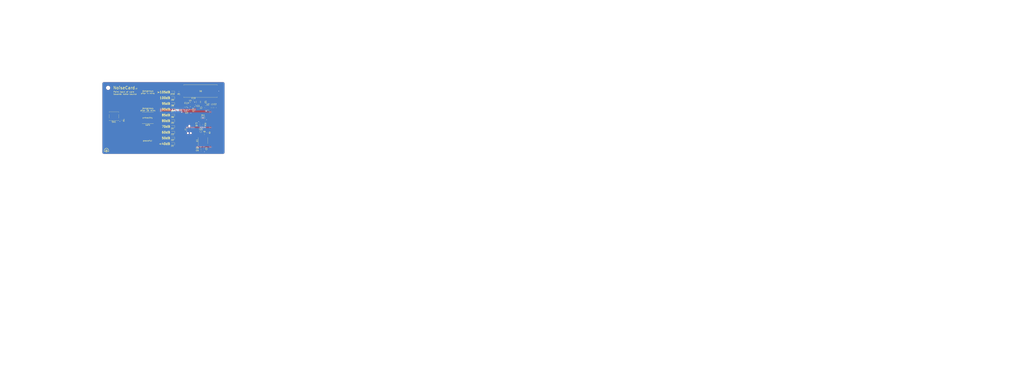
<source format=kicad_pcb>
(kicad_pcb (version 20221018) (generator pcbnew)
  (title_block (title "NoiseCard") (date "2024-06-11") (rev "2") (company "bitgloo") (comment 1 "Drawn by Clyne Sullivan") (comment 2 "Released under the CERN Open Hardware License Version 2 - Strongly Reciprocal"))
  (layers (0 "F.Cu" signal) (31 "B.Cu" signal) (34 "B.Paste" user) (35 "F.Paste" user) (36 "B.SilkS" user "B.Silkscreen") (37 "F.SilkS" user "F.Silkscreen") (38 "B.Mask" user) (39 "F.Mask" user) (44 "Edge.Cuts" user))
  (net 0 "")
  (net 1 "SWCLK")
  (net 2 "GND")
  (net 3 "MIC_WS")
  (net 4 "MIC_BCLK")
  (net 5 "Net-(MK1-DATA_OUT)")
  (net 6 "MIC_DATA_OUT")
  (net 7 "Net-(U1-PA4)")
  (net 8 "SWDIO")
  (net 9 "+1V8")
  (net 10 "Net-(U2-SW)")
  (net 11 "Net-(U4-VIN)")
  (net 12 "Net-(U1-PA5)")
  (net 13 "LED0")
  (net 14 "Net-(D1-A)")
  (net 15 "LED1")
  (net 16 "LED2")
  (net 17 "LED3")
  (net 18 "LED4")
  (net 19 "LED5")
  (net 20 "LED6")
  (net 21 "LED7")
  (net 22 "LED8")
  (net 23 "LED9")
  (net 24 "NRST")
  (net 25 "EN")
  (net 26 "Net-(U1-PA12{slash}PA10)")
  (net 30 "+BATT")
  (net 31 "Net-(U4-VREF)")
  (net 32 "Net-(U3-VOUT)")
  (footprint "MountingHole:MountingHole_2.5mm" (layer "F.Cu") (at 114 54)
    (fp_text reference "H1" hide)
    (fp_text value "MountingHole_Pad")
  )
  (footprint "Capacitor_SMD:C_1210_3225Metric" (layer "F.Cu") (at 179.8 63.8 90)
    (fp_text reference "C4")
    (fp_text value "11mF")
  )
  (footprint "Package_TO_SOT_SMD:SOT-23" (layer "F.Cu") (at 168.6 69.025)
    (fp_text reference "U3")
    (fp_text value "BD49KxxG")
  )
  (footprint "Package_TO_SOT_SMD:TSOT-23-5" (layer "F.Cu") (at 183.45 67.8)
    (fp_text reference "U2")
    (fp_text value "LM3670MF")
  )
  (footprint "Capacitor_SMD:C_0603_1608Metric" (layer "F.Cu") (at 177.775 80.25 180)
    (fp_text reference "C6")
    (fp_text value "0.1uF")
  )
  (footprint "Resistor_SMD:R_0603_1608Metric" (layer "F.Cu") (at 123.6 76.6 90)
    (fp_text reference "R4")
    (fp_text value "R_US")
  )
  (footprint "Capacitor_SMD:C_0805_2012Metric" (layer "F.Cu") (at 178.55 95.925)
    (fp_text reference "C8")
    (fp_text value "2.2uF")
  )
  (footprint "Connector:Tag-Connect_TC2030-IDC-NL_2x03_P1.27mm_Vertical" (layer "F.Cu") (at 170.5 83 -90)
    (fp_text reference "J1")
    (fp_text value "Conn_ARM_SWD_TagConnect_TC2030-NL")
  )
  (footprint "Capacitor_SMD:C_0603_1608Metric" (layer "F.Cu") (at 173.4 62.6)
    (fp_text reference "C10")
    (fp_text value "5.6nF")
  )
  (footprint "Resistor_SMD:R_0603_1608Metric" (layer "F.Cu") (at 163.25 57 180)
    (fp_text reference "R1")
    (fp_text value "51")
  )
  (footprint "Capacitor_SMD:C_0603_1608Metric" (layer "F.Cu") (at 178.75 97.675)
    (fp_text reference "C9")
    (fp_text value "0.1uF")
  )
  (footprint "Capacitor_SMD:C_0805_2012Metric" (layer "F.Cu") (at 168.8 66.2 180)
    (fp_text reference "C11")
    (fp_text value "2.2uF")
  )
  (footprint "LED_SMD:LED_0603_1608Metric" (layer "F.Cu") (at 158.7875 77 180)
    (fp_text reference "D5")
    (fp_text value "LED")
  )
  (footprint "Resistor_SMD:R_0603_1608Metric" (layer "F.Cu") (at 181 86)
    (fp_text reference "R3")
    (fp_text value "51")
  )
  (footprint "LED_SMD:LED_0603_1608Metric" (layer "F.Cu") (at 158.7875 73 180)
    (fp_text reference "D6")
    (fp_text value "LED")
  )
  (footprint "LED_SMD:LED_0603_1608Metric" (layer "F.Cu") (at 158.7875 65 180)
    (fp_text reference "D8")
    (fp_text value "LED")
  )
  (footprint "LED_SMD:LED_0603_1608Metric" (layer "F.Cu") (at 158.7875 89 180)
    (fp_text reference "D2")
    (fp_text value "LED")
  )
  (footprint "Capacitor_SMD:C_0603_1608Metric" (layer "F.Cu") (at 177.775 78.75 180)
    (fp_text reference "C7")
    (fp_text value "200pF")
  )
  (footprint "footprints:HWQFN16_SOT8076-1_NEX" (layer "F.Cu") (at 172.649811 65.5772)
    (fp_text reference "U4")
    (fp_text value "NEH2000BYJ")
  )
  (footprint "LED_SMD:LED_0603_1608Metric" (layer "F.Cu") (at 158.7875 57 180)
    (fp_text reference "D10")
    (fp_text value "LED")
  )
  (footprint "Resistor_SMD:R_0603_1608Metric" (layer "F.Cu") (at 180.25 79.5 -90)
    (fp_text reference "R10")
    (fp_text value "51")
  )
  (footprint "Button_Switch_SMD:SW_SPST_EVQP0" (layer "F.Cu") (at 118 73.8 180)
    (fp_text reference "SW1")
    (fp_text value "SW_Push")
  )
  (footprint "TestPoint:TestPoint_Pad_D1.0mm" (layer "F.Cu") (at 178.5 84.5)
    (fp_text reference "TP1")
    (fp_text value "TestPoint")
  )
  (footprint "LED_SMD:LED_0603_1608Metric" (layer "F.Cu") (at 158.7875 81 180)
    (fp_text reference "D4")
    (fp_text value "LED")
  )
  (footprint "Inductor_SMD:L_0805_2012Metric" (layer "F.Cu") (at 186.4 67.8 -90)
    (fp_text reference "L1")
    (fp_text value "10uH")
  )
  (footprint "noisemeter:MIC_SPH0645LM4H-B" (layer "F.Cu") (at 180 75 180)
    (fp_text reference "MK1")
    (fp_text value "SPH0645LM4H-B")
  )
  (footprint "Capacitor_SMD:C_0603_1608Metric" (layer "F.Cu") (at 181 96.425 -90)
    (fp_text reference "C5")
    (fp_text value "0.1uF")
  )
  (footprint "LED_SMD:LED_0603_1608Metric" (layer "F.Cu") (at 158.7875 93 180)
    (fp_text reference "D1")
    (fp_text value "LED")
  )
  (footprint "Resistor_SMD:R_0603_1608Metric" (layer "F.Cu") (at 183.25 85.25 -90)
    (fp_text reference "R2")
    (fp_text value "51")
  )
  (footprint "Capacitor_SMD:C_0805_2012Metric" (layer "F.Cu") (at 180.4 67.8 -90)
    (fp_text reference "C1")
    (fp_text value "4.7uF")
  )
  (footprint "LED_SMD:LED_0603_1608Metric" (layer "F.Cu") (at 158.7875 61 180)
    (fp_text reference "D9")
    (fp_text value "LED")
  )
  (footprint "Library:KXOB25-02X8F-TR_IXY" (layer "F.Cu") (at 178.25 56.25 180)
    (fp_text reference "B1")
    (fp_text value "KXOB25-05X3F-TR")
  )
  (footprint "Capacitor_SMD:C_0805_2012Metric" (layer "F.Cu") (at 188.4 67.8 90)
    (fp_text reference "C2")
    (fp_text value "10uF")
  )
  (footprint "LED_SMD:LED_0603_1608Metric" (layer "F.Cu") (at 158.7875 85 180)
    (fp_text reference "D3")
    (fp_text value "LED")
  )
  (footprint "Capacitor_SMD:C_1210_3225Metric" (layer "F.Cu") (at 176.6 63.8 90)
    (fp_text reference "C3")
    (fp_text value "11mF")
  )
  (footprint "Capacitor_SMD:C_0805_2012Metric" (layer "F.Cu") (at 171.6 69.4 -90)
    (fp_text reference "C12")
    (fp_text value "2.2uF")
  )
  (footprint "Package_SO:TSSOP-20_4.4x6.5mm_P0.65mm" (layer "F.Cu") (at 180 90.75 90)
    (fp_text reference "U1")
    (fp_text value "STM32G031F6Px")
  )
  (footprint "LED_SMD:LED_0603_1608Metric" (layer "F.Cu") (at 158.7875 69 180)
    (fp_text reference "D7")
    (fp_text value "LED")
  )
  (gr_line (start 145.6 78.8) (end 137.6 78.8) (stroke (width 0.15)) (layer "F.SilkS"))
  (gr_line (start 145.6 71) (end 137.6 71) (stroke (width 0.15)) (layer "F.SilkS"))
  (gr_poly (pts (xy 112.913733 95.905135) (xy 112.991006 95.909286) (xy 113.027346 95.912433) (xy 113.061583 95.91629) (xy 113.093287 95.920855) (xy 113.12203 95.926126) (xy 113.228728 95.953368) (xy 113.333008 95.98862) (xy 113.4346 96.031623) (xy 113.533237 96.08212) (xy 113.628649 96.139851) (xy 113.720567 96.204559) (xy 113.808724 96.275984) (xy 113.89285 96.353869) (xy 113.972676 96.437955) (xy 114.047934 96.527984) (xy 114.118355 96.623697) (xy 114.183671 96.724837) (xy 114.243612 96.831144) (xy 114.29791 96.94236) (xy 114.346297 97.058227) (xy 114.388503 97.178487) (xy 114.418585 97.278071) (xy 114.442963 97.374224) (xy 114.453141 97.422163) (xy 114.462049 97.470624) (xy 114.469736 97.520067) (xy 114.476256 97.570952) (xy 114.48166 97.623739) (xy 114.485999 97.678887) (xy 114.49169 97.798108) (xy 114.493743 97.932295) (xy 114.492572 98.085126) (xy 114.48728 98.462598) (xy 114.434364 98.504932) (xy 114.416401 98.518399) (xy 114.407567 98.523903) (xy 114.398149 98.528661) (xy 114.387635 98.532727) (xy 114.375514 98.536154) (xy 114.361275 98.538998) (xy 114.344405 98.541312) (xy 114.324394 98.54315) (xy 114.300728 98.544567) (xy 114.240391 98.546355) (xy 114.1593 98.54711) (xy 114.053364 98.547265) (xy 113.945484 98.547179) (xy 113.901598 98.546974) (xy 113.863691 98.546576) (xy 113.83122 98.545919) (xy 113.816853 98.545474) (xy 113.803643 98.54494) (xy 113.79152 98.544308) (xy 113.780417 98.543572) (xy 113.770266 98.542723) (xy 113.760999 98.541753) (xy 113.752549 98.540653) (xy 113.744848 98.539417) (xy 113.737827 98.538035) (xy 113.731419 98.536499) (xy 113.725557 98.534802) (xy 113.720172 98.532935) (xy 113.715197 98.530891) (xy 113.710563 98.528661) (xy 113.706203 98.526238) (xy 113.702049 98.523612) (xy 113.698034 98.520777) (xy 113.694088 98.517723) (xy 113.690146 98.514444) (xy 113.686138 98.51093) (xy 113.677655 98.503168) (xy 113.671278 98.496963) (xy 113.665375 98.490596) (xy 113.659944 98.48408) (xy 113.654983 98.477426) (xy 113.650492 98.470648) (xy 113.646467 98.463759) (xy 113.642909 98.456772) (xy 113.639814 98.4497) (xy 113.637182 98.442555) (xy 113.635011 98.435351) (xy 113.6333 98.4281) (xy 113.632046 98.420816) (xy 113.631248 98.413511) (xy 113.630904 98.406198) (xy 113.631013 98.398891) (xy 113.631574 98.391602) (xy 113.632584 98.384343) (xy 113.634042 98.377129) (xy 113.635946 98.369971) (xy 113.638295 98.362883) (xy 113.641087 98.355878) (xy 113.644321 98.348968) (xy 113.647995 98.342167) (xy 113.652106 98.335488) (xy 113.656655 98.328943) (xy 113.661639 98.322545) (xy 113.667056 98.316307) (xy 113.672905 98.310242) (xy 113.679184 98.304363) (xy 113.685891 98.298684) (xy 113.693026 98.293216) (xy 113.700586 98.287973) (xy 113.720082 98.275595) (xy 113.729518 98.270474) (xy 113.739143 98.266007) (xy 113.749254 98.26215) (xy 113.760148 98.258859) (xy 113.772122 98.256089) (xy 113.785473 98.253798) (xy 113.800498 98.251941) (xy 113.817495 98.250473) (xy 113.858592 98.248534) (xy 113.91114 98.247628) (xy 113.977516 98.247404) (xy 114.192711 98.247404) (xy 114.206822 98.111584) (xy 114.211657 98.040847) (xy 114.213009 97.967204) (xy 114.210992 97.891136) (xy 114.20572 97.813129) (xy 114.197305 97.733664) (xy 114.185862 97.653225) (xy 114.171505 97.572295) (xy 114.154346 97.491357) (xy 114.134501 97.410895) (xy 114.112082 97.331391) (xy 114.087203 97.253329) (xy 114.059978 97.177192) (xy 114.030521 97.103463) (xy 113.998945 97.032625) (xy 113.965364 96.965162) (xy 113.929892 96.901557) (xy 113.887456 96.833814) (xy 113.842255 96.768896) (xy 113.794419 96.706898) (xy 113.744077 96.647915) (xy 113.691357 96.592043) (xy 113.63639 96.539377) (xy 113.579304 96.490014) (xy 113.520228 96.444048) (xy 113.459292 96.401575) (xy 113.396625 96.362692) (xy 113.332356 96.327493) (xy 113.266614 96.296074) (xy 113.199529 96.268531) (xy 113.131229 96.244959) (xy 113.061844 96.225454) (xy 112.991502 96.210112) (xy 112.942592 96.20143) (xy 112.921619 96.19802) (xy 112.902509 96.195229) (xy 112.884918 96.193059) (xy 112.868502 96.191509) (xy 112.852919 96.190578) (xy 112.837824 96.190268) (xy 112.822873 96.190578) (xy 112.807724 96.191509) (xy 112.792032 96.193059) (xy 112.775454 96.195229) (xy 112.757646 96.19802) (xy 112.738264 96.20143) (xy 112.693405 96.210112) (xy 112.621501 96.226451) (xy 112.551919 96.245738) (xy 112.484585 96.268027) (xy 112.419424 96.293373) (xy 112.356361 96.32183) (xy 112.295321 96.353452) (xy 112.236229 96.388294) (xy 112.179011 96.426409) (xy 112.123591 96.467852) (xy 112.069895 96.512678) (xy 112.017847 96.560939) (xy 111.967372 96.612692) (xy 111.918396 96.66799) (xy 111.870844 96.726887) (xy 111.82464 96.789437) (xy 111.779711 96.855695) (xy 111.748767 96.905429) (xy 111.719439 96.956072) (xy 111.691728 97.007624) (xy 111.665637 97.060086) (xy 111.641168 97.113457) (xy 111.618325 97.167738) (xy 111.59711 97.222929) (xy 111.577525 97.279029) (xy 111.559573 97.336038) (xy 111.543257 97.393957) (xy 111.528578 97.452786) (xy 111.515541 97.512523) (xy 111.504147 97.573171) (xy 111.494398 97.634728) (xy 111.486299 97.697194) (xy 111.47985 97.76057) (xy 111.473325 97.839201) (xy 111.468329 97.917336) (xy 111.464905 97.992494) (xy 111.463093 98.062195) (xy 111.462934 98.123959) (xy 111.464471 98.175305) (xy 111.465888 98.196296) (xy 111.467744 98.213752) (xy 111.470044 98.227364) (xy 111.472794 98.23682) (xy 111.474831 98.241207) (xy 111.477759 98.245123) (xy 111.481766 98.248595) (xy 111.487043 98.251648) (xy 111.493777 98.254309) (xy 111.502157 98.256602) (xy 111.512371 98.258555) (xy 111.524608 98.260192) (xy 111.555907 98.262624) (xy 111.597562 98.264106) (xy 111.651081 98.264843) (xy 111.717975 98.265043) (xy 111.788554 98.26526) (xy 111.818174 98.265589) (xy 111.844396 98.266117) (xy 111.867507 98.266884) (xy 111.887794 98.267926) (xy 111.905543 98.269284) (xy 111.913556 98.270093) (xy 111.921042 98.270996) (xy 111.928038 98.271997) (xy 111.934578 98.2731) (xy 111.940699 98.274312) (xy 111.946436 98.275636) (xy 111.951826 98.277078) (xy 111.956905 98.278643) (xy 111.961707 98.280334) (xy 111.96627 98.282158) (xy 111.970628 98.284119) (xy 111.974818 98.286221) (xy 111.978876 98.28847) (xy 111.982837 98.290871) (xy 111.986738 98.293427) (xy 111.990613 98.296146) (xy 111.998433 98.302084) (xy 112.00389 98.306691) (xy 112.009015 98.311572) (xy 112.013809 98.31671) (xy 112.01827 98.32209) (xy 112.022397 98.327696) (xy 112.026191 98.333513) (xy 112.02965 98.339523) (xy 112.032774 98.345713) (xy 112.035562 98.352065) (xy 112.038013 98.358564) (xy 112.040127 98.365195) (xy 112.041903 98.37194) (xy 112.043341 98.378786) (xy 112.04444 98.385714) (xy 112.045199 98.392711) (xy 112.045617 98.39976) (xy 112.045694 98.406844) (xy 112.04543 98.413949) (xy 112.044824 98.421059) (xy 112.043874 98.428157) (xy 112.042581 98.435229) (xy 112.040943 98.442257) (xy 112.03896 98.449226) (xy 112.036632 98.456121) (xy 112.033958 98.462926) (xy 112.030937 98.469624) (xy 112.027568 98.4762) (xy 112.023851 98.482638) (xy 112.019785 98.488923) (xy 112.01537 98.495038) (xy 112.010605 98.500967) (xy 112.005489 98.506695) (xy 111.992273 98.520087) (xy 111.98535 98.525504) (xy 111.977487 98.53015) (xy 111.968135 98.534082) (xy 111.956747 98.53736) (xy 111.942776 98.540044) (xy 111.925673 98.542194) (xy 111.87988 98.545126) (xy 111.814989 98.546631) (xy 111.610377 98.547265) (xy 111.252308 98.547265) (xy 111.21703 98.501404) (xy 111.20531 98.485115) (xy 111.200512 98.476413) (xy 111.19636 98.466677) (xy 111.192807 98.455412) (xy 111.189807 98.442121) (xy 111.187314 98.426308) (xy 111.18528 98.407477) (xy 111.182407 98.358777) (xy 111.180815 98.292052) (xy 111.179989 98.088654) (xy 111.180888 97.941731) (xy 111.183875 97.814507) (xy 111.186287 97.757048) (xy 111.189383 97.703034) (xy 111.193219 97.65197) (xy 111.197848 97.603364) (xy 111.203324 97.556721) (xy 111.209703 97.511549) (xy 111.217037 97.467353) (xy 111.225381 97.42364) (xy 111.23479 97.379917) (xy 111.245318 97.33569) (xy 111.269947 97.243751) (xy 111.295227 97.160176) (xy 111.308541 97.120034) (xy 111.322367 97.080839) (xy 111.336752 97.042482) (xy 111.35174 97.004851) (xy 111.36738 96.967834) (xy 111.383718 96.931322) (xy 111.400799 96.895202) (xy 111.418672 96.859364) (xy 111.437381 96.823697) (xy 111.456974 96.788089) (xy 111.477498 96.752429) (xy 111.498998 96.716606) (xy 111.545114 96.644029) (xy 111.592506 96.576164) (xy 111.642641 96.510886) (xy 111.695364 96.4483) (xy 111.750524 96.388513) (xy 111.807968 96.33163) (xy 111.867543 96.277757) (xy 111.929098 96.226999) (xy 111.99248 96.179465) (xy 112.057536 96.135257) (xy 112.124114 96.094484) (xy 112.192061 96.057251) (xy 112.261225 96.023664) (xy 112.331454 95.993828) (xy 112.402594 95.96785) (xy 112.474495 95.945835) (xy 112.547003 95.92789) (xy 112.575126 95.922308) (xy 112.606293 95.917468) (xy 112.640074 95.913367) (xy 112.676042 95.910003) (xy 112.752819 95.905473) (xy 112.833193 95.903857)) (fill solid) (layer "F.SilkS"))
  (gr_poly (pts (xy 112.8 97) (xy 112.848627 97.002098) (xy 112.889469 97.00443) (xy 112.908364 97.005877) (xy 112.926321 97.007528) (xy 112.9434 97.009395) (xy 112.95966 97.011493) (xy 112.975159 97.013833) (xy 112.989959 97.01643) (xy 113.004118 97.019295) (xy 113.017696 97.022441) (xy 113.030751 97.025883) (xy 113.043344 97.029631) (xy 113.055534 97.033701) (xy 113.067381 97.038103) (xy 113.078943 97.042852) (xy 113.09028 97.047959) (xy 113.135901 97.071774) (xy 113.178843 97.098905) (xy 113.219113 97.129365) (xy 113.25672 97.163163) (xy 113.29167 97.20031) (xy 113.323971 97.240816) (xy 113.353632 97.284691) (xy 113.38066 97.331945) (xy 113.405063 97.38259) (xy 113.426849 97.436635) (xy 113.446025 97.494091) (xy 113.462599 97.554967) (xy 113.476578 97.619275) (xy 113.487972 97.687025) (xy 113.496786 97.758226) (xy 113.50303 97.83289) (xy 113.504549 97.867405) (xy 113.50518 97.904376) (xy 113.504984 97.943154) (xy 113.504022 97.983096) (xy 113.502358 98.023554) (xy 113.500054 98.063884) (xy 113.49717 98.103438) (xy 113.49377 98.14157) (xy 113.489915 98.177636) (xy 113.485667 98.210989) (xy 113.481088 98.240983) (xy 113.476241 98.266972) (xy 113.471187 98.28831) (xy 113.465989 98.304351) (xy 113.463354 98.310184) (xy 113.460707 98.31445) (xy 113.458055 98.317068) (xy 113.455405 98.317959) (xy 113.454729 98.318046) (xy 113.454023 98.318305) (xy 113.452532 98.319317) (xy 113.450948 98.320959) (xy 113.449287 98.323196) (xy 113.447563 98.325991) (xy 113.445794 98.329307) (xy 113.443993 98.33311) (xy 113.442176 98.337362) (xy 113.44036 98.342028) (xy 113.438559 98.34707) (xy 113.436789 98.352454) (xy 113.435066 98.358143) (xy 113.433404 98.3641) (xy 113.43182 98.37029) (xy 113.430329 98.376677) (xy 113.428947 98.383223) (xy 113.425343 98.400563) (xy 113.420534 98.418756) (xy 113.414599 98.437662) (xy 113.407615 98.457141) (xy 113.399659 98.477055) (xy 113.39081 98.497263) (xy 113.381144 98.517626) (xy 113.370739 98.538004) (xy 113.359672 98.558259) (xy 113.348022 98.57825) (xy 113.335865 98.597838) (xy 113.323279 98.616883) (xy 113.310342 98.635246) (xy 113.297131 98.652788) (xy 113.283723 98.669369) (xy 113.270197 98.684848) (xy 113.249079 98.706816) (xy 113.226787 98.727407) (xy 113.203397 98.746622) (xy 113.178985 98.764458) (xy 113.153627 98.780914) (xy 113.127399 98.795989) (xy 113.100379 98.809681) (xy 113.072641 98.821991) (xy 113.044263 98.832915) (xy 113.01532 98.842453) (xy 112.985889 98.850603) (xy 112.956046 98.857365) (xy 112.925866 98.862736) (xy 112.895427 98.866716) (xy 112.864805 98.869304) (xy 112.834075 98.870497) (xy 112.803315 98.870296) (xy 112.772599 98.868697) (xy 112.742005 98.865701) (xy 112.711609 98.861306) (xy 112.681487 98.85551) (xy 112.651714 98.848313) (xy 112.622368 98.839712) (xy 112.593525 98.829707) (xy 112.56526 98.818297) (xy 112.537651 98.80548) (xy 112.510772 98.791254) (xy 112.484701 98.775619) (xy 112.459514 98.758574) (xy 112.435287 98.740116) (xy 112.412095 98.720245) (xy 112.390016 98.698959) (xy 112.363178 98.669417) (xy 112.338195 98.638239) (xy 112.315021 98.605279) (xy 112.293609 98.570388) (xy 112.273912 98.53342) (xy 112.26811 98.520807) (xy 112.626377 98.520807) (xy 112.663419 98.550793) (xy 112.668089 98.554327) (xy 112.673474 98.557654) (xy 112.686226 98.563684) (xy 112.701355 98.568877) (xy 112.718541 98.573227) (xy 112.737463 98.57673) (xy 112.757801 98.57938) (xy 112.779235 98.581172) (xy 112.801443 98.582102) (xy 112.824107 98.582163) (xy 112.846905 98.581351) (xy 112.869517 98.57966) (xy 112.891622 98.577086) (xy 112.912901 98.573623) (xy 112.933032 98.569265) (xy 112.951696 98.564009) (xy 112.968572 98.557848) (xy 112.974701 98.554941) (xy 112.981143 98.551537) (xy 112.987838 98.547678) (xy 112.994727 98.543406) (xy 113.00175 98.538762) (xy 113.008849 98.533788) (xy 113.015962 98.528524) (xy 113.023032 98.523011) (xy 113.029998 98.517293) (xy 113.036802 98.511408) (xy 113.043383 98.5054) (xy 113.049683 98.499309) (xy 113.055642 98.493177) (xy 113.0612 98.487045) (xy 113.066298 98.480954) (xy 113.070877 98.474945) (xy 113.08573 98.454145) (xy 113.099244 98.433225) (xy 113.111487 98.411903) (xy 113.122526 98.389893) (xy 113.132428 98.366912) (xy 113.141261 98.342674) (xy 113.149091 98.316897) (xy 113.155985 98.289296) (xy 113.162011 98.259587) (xy 113.167237 98.227484) (xy 113.171728 98.192705) (xy 113.175553 98.154965) (xy 113.181472 98.069465) (xy 113.18553 97.968709) (xy 113.18718 97.911717) (xy 113.188149 97.859045) (xy 113.188414 97.811541) (xy 113.187956 97.770051) (xy 113.186753 97.735425) (xy 113.185867 97.72095) (xy 113.184786 97.708508) (xy 113.183509 97.698206) (xy 113.182034 97.690149) (xy 113.180356 97.684444) (xy 113.179441 97.682506) (xy 113.178475 97.681195) (xy 113.177199 97.680692) (xy 113.175363 97.68116) (xy 113.170034 97.684964) (xy 113.162545 97.69252) (xy 113.152953 97.70374) (xy 113.127687 97.73682) (xy 113.09469 97.783501) (xy 113.054417 97.84308) (xy 113.007322 97.914855) (xy 112.894488 98.092182) (xy 112.626377 98.520807) (xy 112.26811 98.520807) (xy 112.255885 98.494228) (xy 112.23948 98.452663) (xy 112.224652 98.408579) (xy 112.211353 98.361829) (xy 112.199537 98.312265) (xy 112.189158 98.259739) (xy 112.180169 98.204106) (xy 112.172523 98.145217) (xy 112.166175 98.082925) (xy 112.161077 98.017082) (xy 112.157183 97.947543) (xy 112.156353 97.929301) (xy 112.456372 97.929301) (xy 112.457706 98.008176) (xy 112.461271 98.080355) (xy 112.463833 98.111988) (xy 112.466883 98.139614) (xy 112.470399 98.162454) (xy 112.474356 98.179732) (xy 112.476493 98.186041) (xy 112.478731 98.190669) (xy 112.481069 98.193516) (xy 112.483502 98.194487) (xy 112.491791 98.18525) (xy 112.510367 98.159123) (xy 112.572414 98.065696) (xy 112.754259 97.780635) (xy 112.933459 97.491274) (xy 112.992198 97.392472) (xy 113.008625 97.362852) (xy 113.014433 97.349584) (xy 113.014392 97.348577) (xy 113.01427 97.347541) (xy 113.01407 97.346478) (xy 113.013792 97.345391) (xy 113.013014 97.343154) (xy 113.011953 97.340847) (xy 113.010622 97.338489) (xy 113.009038 97.336097) (xy 113.007216 97.333689) (xy 113.005173 97.331284) (xy 113.002922 97.328899) (xy 113.00048 97.326554) (xy 112.997863 97.324265) (xy 112.995085 97.322051) (xy 112.992163 97.31993) (xy 112.989111 97.31792) (xy 112.985946 97.31604) (xy 112.982683 97.314306) (xy 112.970505 97.308645) (xy 112.95661 97.303575) (xy 112.941228 97.29911) (xy 112.924585 97.295262) (xy 112.906908 97.292045) (xy 112.888425 97.289471) (xy 112.869364 97.287553) (xy 112.84995 97.286305) (xy 112.830413 97.285739) (xy 112.810979 97.285867) (xy 112.791876 97.286704) (xy 112.773331 97.288262) (xy 112.755572 97.290553) (xy 112.738825 97.293591) (xy 112.723319 97.297389) (xy 112.70928 97.301959) (xy 112.68399 97.312311) (xy 112.660336 97.324252) (xy 112.638257 97.337883) (xy 112.617696 97.353305) (xy 112.598591 97.370618) (xy 112.580885 97.389923) (xy 112.564517 97.411321) (xy 112.549428 97.434912) (xy 112.535558 97.460798) (xy 112.522849 97.48908) (xy 112.51124 97.519857) (xy 112.500673 97.553231) (xy 112.491087 97.589302) (xy 112.482424 97.628172) (xy 112.474624 97.669941) (xy 112.467627 97.714709) (xy 112.464027 97.743642) (xy 112.461147 97.776345) (xy 112.458965 97.812041) (xy 112.457458 97.84995) (xy 112.456372 97.929301) (xy 112.156353 97.929301) (xy 112.153907 97.875523) (xy 112.152139 97.816216) (xy 112.15188 97.790393) (xy 112.152067 97.766624) (xy 112.152725 97.744534) (xy 112.153876 97.723749) (xy 112.155544 97.703895) (xy 112.157751 97.684596) (xy 112.160523 97.665478) (xy 112.16388 97.646166) (xy 112.167848 97.626285) (xy 112.172448 97.605462) (xy 112.183641 97.559487) (xy 112.197982 97.507561) (xy 112.21329 97.458849) (xy 112.229662 97.413217) (xy 112.247196 97.370531) (xy 112.265992 97.330655) (xy 112.286147 97.293457) (xy 112.307759 97.258801) (xy 112.319142 97.242384) (xy 112.330926 97.226553) (xy 112.343124 97.21129) (xy 112.355747 97.196579) (xy 112.368808 97.182403) (xy 112.38232 97.168744) (xy 112.396294 97.155587) (xy 112.410743 97.142915) (xy 112.425679 97.13071) (xy 112.441114 97.118956) (xy 112.473532 97.096733) (xy 112.508094 97.076113) (xy 112.544898 97.05696) (xy 112.584044 97.03914) (xy 112.615887 97.025611) (xy 112.630278 97.020052) (xy 112.643989 97.015245) (xy 112.657276 97.011151) (xy 112.670396 97.007731) (xy 112.683603 97.004947) (xy 112.697154 97.00276) (xy 112.711304 97.001131) (xy 112.726309 97.000021) (xy 112.742426 96.999392) (xy 112.759909 96.999204)) (fill solid) (layer "F.SilkS"))
  (gr_arc (start 111 100) (mid 110.292893 99.707107) (end 110 99) (stroke (width 0.1)) (layer "Edge.Cuts"))
  (gr_arc (start 195 99) (mid 194.707107 99.707107) (end 194 100) (stroke (width 0.1)) (layer "Edge.Cuts"))
  (gr_line (start 110 51) (end 110 99) (stroke (width 0.1)) (layer "Edge.Cuts"))
  (gr_arc (start 194 50) (mid 194.707107 50.292893) (end 195 51) (stroke (width 0.1)) (layer "Edge.Cuts"))
  (gr_line (start 111 50) (end 194 50) (stroke (width 0.1)) (layer "Edge.Cuts"))
  (gr_line (start 111 100) (end 194 100) (stroke (width 0.1)) (layer "Edge.Cuts"))
  (gr_arc (start 110 51) (mid 110.292893 50.292893) (end 111 50) (stroke (width 0.1)) (layer "Edge.Cuts"))
  (gr_line (start 195 99) (end 195 51) (stroke (width 0.1)) (layer "Edge.Cuts"))
  (gr_text "peaceful" (at 141.4 90.8) (layer "F.SilkS") (effects (font (size 1 1))))
  (gr_text "dangerous\nafter 4 mins" (at 141.6 57) (layer "F.SilkS") (effects (font (size 1 1))))
  (gr_text "90dB" (at 157.25 69) (layer "F.SilkS") (effects (font (size 1.5 1.5) (thickness 0.3) bold) (justify right)))
  (gr_text "dangerous\nafter 30 mins" (at 141.6 70.4) (layer "F.SilkS") (effects (font (size 1 1)) (justify bottom)))
  (gr_text "unhealthy" (at 141.4 74.8) (layer "F.SilkS") (effects (font (size 1 1))))
  (gr_text "80dB" (at 157.25 77) (layer "F.SilkS") (effects (font (size 1.5 1.5) (thickness 0.3) bold) (justify right)))
  (gr_text "50dB" (at 157.25 89) (layer "F.SilkS") (effects (font (size 1.5 1.5) (thickness 0.3) bold) (justify right)))
  (gr_text "60dB" (at 157.25 85) (layer "F.SilkS") (effects (font (size 1.5 1.5) (thickness 0.3) bold) (justify right)))
  (gr_text "v2" (at 132.8 55) (layer "F.SilkS") (effects (font (size 0.8 0.8)) (justify left bottom)))
  (gr_text "safe" (at 141.6 79.2) (layer "F.SilkS") (effects (font (size 1 1)) (justify top)))
  (gr_text "70dB" (at 157.25 81) (layer "F.SilkS") (effects (font (size 1.5 1.5) (thickness 0.3) bold) (justify right)))
  (gr_text "85dB" (at 157.25 73) (layer "F.SilkS") (effects (font (size 1.5 1.5) (thickness 0.3) bold) (justify right)))
  (gr_text "95dB" (at 157.25 65) (layer "F.SilkS") (effects (font (size 1.5 1.5) (thickness 0.3) bold) (justify right)))
  (gr_text "<40dB" (at 157.2 93) (layer "F.SilkS") (effects (font (size 1.5 1.5) (thickness 0.3) bold) (justify right)))
  (gr_text "Point back of card\ntowards noise source" (at 117.6 56.2) (layer "F.SilkS") (effects (font (size 1 1)) (justify left top)))
  (gr_text "100dB" (at 157.25 61) (layer "F.SilkS") (effects (font (size 1.5 1.5) (thickness 0.3) bold) (justify right)))
  (gr_text "NoiseCard" (at 117.4 52.8) (layer "F.SilkS") (effects (font (size 2 2) (thickness 0.3)) (justify left top)))
  (gr_text ">105dB" (at 157.25 57) (layer "F.SilkS") (effects (font (size 1.5 1.5) (thickness 0.3) bold) (justify right)))
  (segment (start 177.725 87.8875) (end 177.725 86.475) (width 0.25) (layer "F.Cu") (net 1))
  (segment (start 174.25 83) (end 171.135 83) (width 0.25) (layer "F.Cu") (net 1))
  (segment (start 177.725 86.475) (end 174.25 83) (width 0.25) (layer "F.Cu") (net 1))
  (segment (start 168.8 84.27) (end 169.865 84.27) (width 0.25) (layer "F.Cu") (net 2))
  (segment (start 177 78.75) (end 177 77.5) (width 0.25) (layer "F.Cu") (net 2))
  (segment (start 177 80.25) (end 177 78.75) (width 0.25) (layer "F.Cu") (net 2))
  (segment (start 182.498 76.252) (end 182.5 76.25) (width 0.25) (layer "F.Cu") (net 2))
  (via (at 173 68.2) (size 0.8) (drill 0.4) (layers "F.Cu" "B.Cu") (net 2))
  (via (at 174.2 63.8) (size 0.8) (drill 0.4) (layers "F.Cu" "B.Cu") (net 2))
  (via (at 181 98.5) (size 0.8) (drill 0.4) (layers "F.Cu" "B.Cu") (net 2))
  (via (at 175.2 66.6) (size 0.8) (drill 0.4) (layers "F.Cu" "B.Cu") (net 2))
  (via (at 191 56.25) (size 0.8) (drill 0.4) (layers "F.Cu" "B.Cu") (net 2))
  (via (at 182.5 76.25) (size 0.8) (drill 0.4) (layers "F.Cu" "B.Cu") (net 2))
  (via (at 169.4 67.8) (size 0.8) (drill 0.4) (layers "F.Cu" "B.Cu") (net 2))
  (via (at 171.6 71.6) (size 0.8) (drill 0.4) (layers "F.Cu" "B.Cu") (net 2))
  (via (at 177 77.5) (size 0.8) (drill 0.4) (layers "F.Cu" "B.Cu") (net 2))
  (via (at 122.2 77.4) (size 0.8) (drill 0.4) (layers "F.Cu" "B.Cu") (net 2))
  (via (at 168.8 84.27) (size 0.8) (drill 0.4) (layers "F.Cu" "B.Cu") (net 2))
  (segment (start 182.425 84.425) (end 181.75 83.75) (width 0.25) (layer "F.Cu") (net 3))
  (segment (start 181.75 83.75) (end 181.75 77.924) (width 0.25) (layer "F.Cu") (net 3))
  (segment (start 183.25 84.425) (end 182.425 84.425) (width 0.25) (layer "F.Cu") (net 3))
  (segment (start 181.75 77.924) (end 180.9 77.074) (width 0.25) (layer "F.Cu") (net 3))
  (segment (start 177.775 77.025) (end 178.548 76.252) (width 0.25) (layer "F.Cu") (net 4))
  (segment (start 180.175 84.175) (end 180.175 86) (width 0.25) (layer "F.Cu") (net 4))
  (segment (start 177.775 77.025) (end 177.775 81.775) (width 0.25) (layer "F.Cu") (net 4))
  (segment (start 178.548 76.252) (end 179.1 76.252) (width 0.25) (layer "F.Cu") (net 4))
  (segment (start 177.775 81.775) (end 180.175 84.175) (width 0.25) (layer "F.Cu") (net 4))
  (segment (start 180 78.425) (end 180.25 78.675) (width 0.25) (layer "F.Cu") (net 5))
  (segment (start 180 77.074) (end 180 78.425) (width 0.25) (layer "F.Cu") (net 5))
  (segment (start 180.975 87.8875) (end 180.975 81.975) (width 0.25) (layer "F.Cu") (net 6))
  (segment (start 180.975 81.975) (end 180.25 81.25) (width 0.25) (layer "F.Cu") (net 6))
  (segment (start 180.25 81.25) (end 180.25 80.325) (width 0.25) (layer "F.Cu") (net 6))
  (segment (start 182.925 86.4) (end 183.25 86.075) (width 0.25) (layer "F.Cu") (net 7))
  (segment (start 182.925 87.8875) (end 182.925 86.4) (width 0.25) (layer "F.Cu") (net 7))
  (segment (start 178.375 87.8875) (end 178.375 86.375) (width 0.25) (layer "F.Cu") (net 8))
  (segment (start 173.73 81.73) (end 171.135 81.73) (width 0.25) (layer "F.Cu") (net 8))
  (segment (start 178.375 86.375) (end 173.73 81.73) (width 0.25) (layer "F.Cu") (net 8))
  (segment (start 177.6 97.3) (end 177.975 97.675) (width 0.25) (layer "F.Cu") (net 9))
  (segment (start 178.55 80.25) (end 178.55 80.95) (width 0.25) (layer "F.Cu") (net 9))
  (segment (start 169.865 81.73) (end 168.93 81.73) (width 0.25) (layer "F.Cu") (net 9))
  (segment (start 179.1 78.2) (end 178.55 78.75) (width 0.25) (layer "F.Cu") (net 9))
  (segment (start 177.6 95.925) (end 177.6 97.3) (width 0.25) (layer "F.Cu") (net 9))
  (segment (start 179.1 77.074) (end 179.1 78.2) (width 0.25) (layer "F.Cu") (net 9))
  (segment (start 164.075 57) (end 165.225 58.15) (width 0.25) (layer "F.Cu") (net 9))
  (segment (start 179.025 93.6125) (end 179.025 94.5) (width 0.25) (layer "F.Cu") (net 9))
  (segment (start 168.93 81.73) (end 168.8 81.6) (width 0.25) (layer "F.Cu") (net 9))
  (segment (start 176.725 95.925) (end 176 95.2) (width 0.25) (layer "F.Cu") (net 9))
  (segment (start 178.55 80.95) (end 179.2 81.6) (width 0.25) (layer "F.Cu") (net 9))
  (segment (start 165.225 58.15) (end 165.225 70.8) (width 0.25) (layer "F.Cu") (net 9))
  (segment (start 177.6 95.925) (end 176.725 95.925) (width 0.25) (layer "F.Cu") (net 9))
  (segment (start 178.55 78.75) (end 178.55 80.25) (width 0.25) (layer "F.Cu") (net 9))
  (segment (start 179.025 94.5) (end 177.6 95.925) (width 0.25) (layer "F.Cu") (net 9))
  (via (at 185.2 70.8) (size 0.8) (drill 0.4) (layers "F.Cu" "B.Cu") (net 9))
  (via (at 179.2 81.6) (size 0.8) (drill 0.4) (layers "F.Cu" "B.Cu") (net 9))
  (via (at 185.2 95.2) (size 0.8) (drill 0.4) (layers "F.Cu" "B.Cu") (net 9))
  (via (at 185.2 81.6) (size 0.8) (drill 0.4) (layers "F.Cu" "B.Cu") (net 9))
  (via (at 165.225 70.8) (size 0.8) (drill 0.4) (layers "F.Cu" "B.Cu") (net 9))
  (via (at 168.8 81.6) (size 0.8) (drill 0.4) (layers "F.Cu" "B.Cu") (net 9))
  (via (at 176 95.2) (size 0.8) (drill 0.4) (layers "F.Cu" "B.Cu") (net 9))
  (segment (start 176 95.2) (end 185.2 95.2) (width 0.25) (layer "B.Cu") (net 9))
  (segment (start 179.2 81.6) (end 185.2 81.6) (width 0.25) (layer "B.Cu") (net 9))
  (segment (start 165.225 70.8) (end 185.2 70.8) (width 0.25) (layer "B.Cu") (net 9))
  (segment (start 168.8 81.6) (end 179.2 81.6) (width 0.25) (layer "B.Cu") (net 9))
  (segment (start 186.2875 66.85) (end 186.4 66.7375) (width 0.25) (layer "F.Cu") (net 10))
  (segment (start 184.5875 66.85) (end 186.2875 66.85) (width 0.25) (layer "F.Cu") (net 10))
  (segment (start 172.899874 64.1294) (end 172.899874 62.874874) (width 0.25) (layer "F.Cu") (net 11))
  (segment (start 172.899874 62.874874) (end 172.625 62.6) (width 0.25) (layer "F.Cu") (net 11))
  (segment (start 182.275 86.45) (end 181.825 86) (width 0.25) (layer "F.Cu") (net 12))
  (segment (start 182.275 87.8875) (end 182.275 86.45) (width 0.25) (layer "F.Cu") (net 12))
  (segment (start 159.575 93) (end 175.75 93) (width 0.25) (layer "F.Cu") (net 13))
  (segment (start 175.75 93) (end 176.3625 93.6125) (width 0.25) (layer "F.Cu") (net 13))
  (segment (start 176.3625 93.6125) (end 177.075 93.6125) (width 0.25) (layer "F.Cu") (net 13))
  (segment (start 162.425 57) (end 162.425 56.175) (width 0.25) (layer "F.Cu") (net 14))
  (segment (start 162 55.75) (end 158.5 55.75) (width 0.25) (layer "F.Cu") (net 14))
  (segment (start 158 56.25) (end 158 57) (width 0.25) (layer "F.Cu") (net 14))
  (segment (start 158.5 55.75) (end 158 56.25) (width 0.25) (layer "F.Cu") (net 14))
  (segment (start 162.425 56.175) (end 162 55.75) (width 0.25) (layer "F.Cu") (net 14))
  (segment (start 158 93) (end 158 57) (width 0.25) (layer "F.Cu") (net 14))
  (segment (start 163.75 92.5) (end 160.25 89) (width 0.25) (layer "F.Cu") (net 15))
  (segment (start 177.349999 92.5) (end 163.75 92.5) (width 0.25) (layer "F.Cu") (net 15))
  (segment (start 160.25 89) (end 159.575 89) (width 0.25) (layer "F.Cu") (net 15))
  (segment (start 177.725 93.6125) (end 177.725 92.875001) (width 0.25) (layer "F.Cu") (net 15))
  (segment (start 177.725 92.875001) (end 177.349999 92.5) (width 0.25) (layer "F.Cu") (net 15))
  (segment (start 161 89) (end 161 85.5) (width 0.25) (layer "F.Cu") (net 16))
  (segment (start 177.499999 92) (end 164 92) (width 0.25) (layer "F.Cu") (net 16))
  (segment (start 178.375 92.875001) (end 177.499999 92) (width 0.25) (layer "F.Cu") (net 16))
  (segment (start 164 92) (end 161 89) (width 0.25) (layer "F.Cu") (net 16))
  (segment (start 160.5 85) (end 159.575 85) (width 0.25) (layer "F.Cu") (net 16))
  (segment (start 161 85.5) (end 160.5 85) (width 0.25) (layer "F.Cu") (net 16))
  (segment (start 178.375 93.6125) (end 178.375 92.875001) (width 0.25) (layer "F.Cu") (net 16))
  (segment (start 180.975 93.6125) (end 180.975 92.875001) (width 0.25) (layer "F.Cu") (net 17))
  (segment (start 160.5 81) (end 159.575 81) (width 0.25) (layer "F.Cu") (net 17))
  (segment (start 179.599999 91.5) (end 164.25 91.5) (width 0.25) (layer "F.Cu") (net 17))
  (segment (start 164.25 91.5) (end 161.5 88.75) (width 0.25) (layer "F.Cu") (net 17))
  (segment (start 180.975 92.875001) (end 179.599999 91.5) (width 0.25) (layer "F.Cu") (net 17))
  (segment (start 161.5 82) (end 160.5 81) (width 0.25) (layer "F.Cu") (net 17))
  (segment (start 161.5 88.75) (end 161.5 82) (width 0.25) (layer "F.Cu") (net 17))
  (segment (start 181.625 92.875001) (end 179.749999 91) (width 0.25) (layer "F.Cu") (net 18))
  (segment (start 179.749999 91) (end 164.5 91) (width 0.25) (layer "F.Cu") (net 18))
  (segment (start 162 78.5) (end 160.5 77) (width 0.25) (layer "F.Cu") (net 18))
  (segment (start 160.5 77) (end 159.575 77) (width 0.25) (layer "F.Cu") (net 18))
  (segment (start 164.5 91) (end 162 88.5) (width 0.25) (layer "F.Cu") (net 18))
  (segment (start 181.625 93.6125) (end 181.625 92.875001) (width 0.25) (layer "F.Cu") (net 18))
  (segment (start 162 88.5) (end 162 78.5) (width 0.25) (layer "F.Cu") (net 18))
  (segment (start 179.899999 90.5) (end 164.75 90.5) (width 0.25) (layer "F.Cu") (net 19))
  (segment (start 162.5 75) (end 160.5 73) (width 0.25) (layer "F.Cu") (net 19))
  (segment (start 182.275 92.875001) (end 179.899999 90.5) (width 0.25) (layer "F.Cu") (net 19))
  (segment (start 164.75 90.5) (end 162.5 88.25) (width 0.25) (layer "F.Cu") (net 19))
  (segment (start 160.5 73) (end 159.575 73) (width 0.25) (layer "F.Cu") (net 19))
  (segment (start 182.275 93.6125) (end 182.275 92.875001) (width 0.25) (layer "F.Cu") (net 19))
  (segment (start 162.5 88.25) (end 162.5 75) (width 0.25) (layer "F.Cu") (net 19))
  (segment (start 163 88) (end 163 71.5) (width 0.25) (layer "F.Cu") (net 20))
  (segment (start 160.5 69) (end 159.575 69) (width 0.25) (layer "F.Cu") (net 20))
  (segment (start 163 71.5) (end 160.5 69) (width 0.25) (layer "F.Cu") (net 20))
  (segment (start 182.925 93.6125) (end 182.925 92.875001) (width 0.25) (layer "F.Cu") (net 20))
  (segment (start 182.925 92.875001) (end 180.049999 90) (width 0.25) (layer "F.Cu") (net 20))
  (segment (start 165 90) (end 163 88) (width 0.25) (layer "F.Cu") (net 20))
  (segment (start 180.049999 90) (end 165 90) (width 0.25) (layer "F.Cu") (net 20))
  (segment (start 163.5 87.75) (end 163.5 68) (width 0.25) (layer "F.Cu") (net 21))
  (segment (start 181.625 87.8875) (end 181.625 88.578812) (width 0.25) (layer "F.Cu") (net 21))
  (segment (start 180.703812 89.5) (end 165.25 89.5) (width 0.25) (layer "F.Cu") (net 21))
  (segment (start 163.5 68) (end 160.5 65) (width 0.25) (layer "F.Cu") (net 21))
  (segment (start 181.625 88.578812) (end 180.703812 89.5) (width 0.25) (layer "F.Cu") (net 21))
  (segment (start 160.5 65) (end 159.575 65) (width 0.25) (layer "F.Cu") (net 21))
  (segment (start 165.25 89.5) (end 163.5 87.75) (width 0.25) (layer "F.Cu") (net 21))
  (segment (start 164 87.5) (end 164 64.5) (width 0.25) (layer "F.Cu") (net 22))
  (segment (start 164 64.5) (end 160.5 61) (width 0.25) (layer "F.Cu") (net 22))
  (segment (start 179.949999 89) (end 165.5 89) (width 0.25) (layer "F.Cu") (net 22))
  (segment (start 180.325 87.8875) (end 180.325 88.624999) (width 0.25) (layer "F.Cu") (net 22))
  (segment (start 165.5 89) (end 164 87.5) (width 0.25) (layer "F.Cu") (net 22))
  (segment (start 160.5 61) (end 159.575 61) (width 0.25) (layer "F.Cu") (net 22))
  (segment (start 180.325 88.624999) (end 179.949999 89) (width 0.25) (layer "F.Cu") (net 22))
  (segment (start 164.5 61) (end 164.5 87.25) (width 0.25) (layer "F.Cu") (net 23))
  (segment (start 164.5 87.25) (end 165.75 88.5) (width 0.25) (layer "F.Cu") (net 23))
  (segment (start 176.3625 87.8875) (end 177.075 87.8875) (width 0.25) (layer "F.Cu") (net 23))
  (segment (start 160.5 57) (end 164.5 61) (width 0.25) (layer "F.Cu") (net 23))
  (segment (start 175.75 88.5) (end 176.3625 87.8875) (width 0.25) (layer "F.Cu") (net 23))
  (segment (start 159.575 57) (end 160.5 57) (width 0.25) (layer "F.Cu") (net 23))
  (segment (start 165.75 88.5) (end 175.75 88.5) (width 0.25) (layer "F.Cu") (net 23))
  (segment (start 180.325 94.975) (end 181 95.65) (width 0.25) (layer "F.Cu") (net 24))
  (segment (start 180.325 93.6125) (end 180.325 94.975) (width 0.25) (layer "F.Cu") (net 24))
  (segment (start 182.2 70) (end 182.2 68.8625) (width 0.25) (layer "F.Cu") (net 25))
  (segment (start 123.575 75.8) (end 123.6 75.775) (width 0.25) (layer "F.Cu") (net 25))
  (segment (start 115.12 75.8) (end 120.88 75.8) (width 0.25) (layer "F.Cu") (net 25))
  (segment (start 182.2 68.8625) (end 182.3125 68.75) (width 0.25) (layer "F.Cu") (net 25))
  (segment (start 123.625 75.775) (end 127 72.4) (width 0.25) (layer "F.Cu") (net 25))
  (segment (start 120.88 75.8) (end 123.575 75.8) (width 0.25) (layer "F.Cu") (net 25))
  (segment (start 148.225306 72.4) (end 150.612653 70.012653) (width 0.25) (layer "F.Cu") (net 25))
  (segment (start 127 72.4) (end 148.225306 72.4) (width 0.25) (layer "F.Cu") (net 25))
  (segment (start 123.6 75.775) (end 123.625 75.775) (width 0.25) (layer "F.Cu") (net 25))
  (via (at 182.2 70) (size 0.8) (drill 0.4) (layers "F.Cu" "B.Cu") (net 25))
  (via (at 150.612653 70.012653) (size 0.8) (drill 0.4) (layers "F.Cu" "B.Cu") (net 25))
  (segment (start 150.612653 70.012653) (end 150.625306 70) (width 0.25) (layer "B.Cu") (net 25))
  (segment (start 150.625306 70) (end 182.2 70) (width 0.25) (layer "B.Cu") (net 25))
  (segment (start 179.025 85.025) (end 178.5 84.5) (width 0.25) (layer "F.Cu") (net 26))
  (segment (start 179.025 87.8875) (end 179.025 85.025) (width 0.25) (layer "F.Cu") (net 26))
  (segment (start 120.88 71.8) (end 147.8 71.8) (width 0.25) (layer "F.Cu") (net 30))
  (segment (start 147.8 71.8) (end 150.6 69) (width 0.25) (layer "F.Cu") (net 30))
  (segment (start 170.075 69.025) (end 170.65 68.45) (width 0.25) (layer "F.Cu") (net 30))
  (segment (start 171.899622 67.025) (end 171.899622 68.150378) (width 0.25) (layer "F.Cu") (net 30))
  (segment (start 171.899622 68.150378) (end 171.6 68.45) (width 0.25) (layer "F.Cu") (net 30))
  (segment (start 169.5375 69.025) (end 170.075 69.025) (width 0.25) (layer "F.Cu") (net 30))
  (segment (start 115.12 71.8) (end 120.88 71.8) (width 0.25) (layer "F.Cu") (net 30))
  (segment (start 170.65 68.45) (end 171.6 68.45) (width 0.25) (layer "F.Cu") (net 30))
  (via (at 150.6 69) (size 0.8) (drill 0.4) (layers "F.Cu" "B.Cu") (net 30))
  (via (at 174.6 68.8) (size 0.8) (drill 0.4) (layers "F.Cu" "B.Cu") (net 30))
  (segment (start 174.4 69) (end 174.6 68.8) (width 0.25) (layer "B.Cu") (net 30))
  (segment (start 150.6 69) (end 174.4 69) (width 0.25) (layer "B.Cu") (net 30))
  (segment (start 170.122737 65.827263) (end 169.75 66.2) (width 0.25) (layer "F.Cu") (net 31))
  (segment (start 171.202011 65.827263) (end 170.122737 65.827263) (width 0.25) (layer "F.Cu") (net 31))
  (segment (start 170.0951 65) (end 166.8 65) (width 0.25) (layer "F.Cu") (net 32))
  (segment (start 166.8 65) (end 166.2 65.6) (width 0.25) (layer "F.Cu") (net 32))
  (segment (start 166.2 68.5125) (end 167.6625 69.975) (width 0.25) (layer "F.Cu") (net 32))
  (segment (start 171.202011 65.327137) (end 170.422237 65.327137) (width 0.25) (layer "F.Cu") (net 32))
  (segment (start 170.422237 65.327137) (end 170.0951 65) (width 0.25) (layer "F.Cu") (net 32))
  (segment (start 166.2 65.6) (end 166.2 68.5125) (width 0.25) (layer "F.Cu") (net 32))
  (zone (net 9) (net_name "+1V8") (layer "F.Cu") (priority 3) (connect_pads yes (clearance 0.25)) (min_thickness 0.25) (fill yes (thermal_gap 0.5) (thermal_bridge_width 0.5) (smoothing chamfer) (radius 0.25))
    (polygon (pts (xy 183.925 68.45) (xy 185.775 68.45) (xy 185.8 68.425) (xy 187.5 68.425) (xy 187.675 68.25) (xy 189.125 68.25) (xy 189.125 69.25) (xy 188.775 69.6) (xy 186.2 69.6) (xy 185.8 70) (xy 185.8 95.4) (xy 185.4 95.8) (xy 185 95.8) (xy 184.6 95.4) (xy 184.6 69.725) (xy 183.925 69.05)))
  )
  (zone (net 30) (net_name "+BATT") (layer "F.Cu") (priority 2) (connect_pads yes (clearance 0.25)) (min_thickness 0.25) (fill yes (thermal_gap 0.5) (thermal_bridge_width 0.5) (smoothing chamfer) (radius 0.25))
    (polygon (pts (xy 173.742011 64.700011) (xy 173.742011 66.154263) (xy 175.453211 66.154263) (xy 174.338074 67.2694) (xy 173.273 67.2694) (xy 173.273 67.3806) (xy 172.7036 67.95) (xy 170.875 67.95) (xy 170.875 68.95) (xy 172.35 68.95) (xy 172.8 69.4) (xy 177.625 69.4) (xy 179.675 67.35) (xy 181.45 67.35) (xy 181.65 67.15) (xy 182.975 67.15) (xy 182.975 66.525) (xy 181.15 64.7) (xy 173.742022 64.7)))
  )
  (zone (net 11) (net_name "Net-(U4-VIN)") (layer "F.Cu") (priority 1) (connect_pads yes (clearance 0.25)) (min_thickness 0.25) (fill yes (thermal_gap 0.5) (thermal_bridge_width 0.5))
    (polygon (pts (xy 166.3882 52.5543) (xy 168.7504 52.5543) (xy 168.7504 59.9457) (xy 170.9297 62.125) (xy 173.075 62.125) (xy 173.075 63.075) (xy 169.5175 63.075) (xy 166.3882 59.9457)))
  )
  (zone (net 2) (net_name "GND") (layers "F&B.Cu") (connect_pads yes (clearance 0.25)) (min_thickness 0.25) (fill yes (thermal_gap 0.5) (thermal_bridge_width 0.5) (smoothing chamfer) (radius 0.25))
    (polygon (pts (xy 110 50) (xy 110 100) (xy 195 100) (xy 195 50)))
  )
)
</source>
